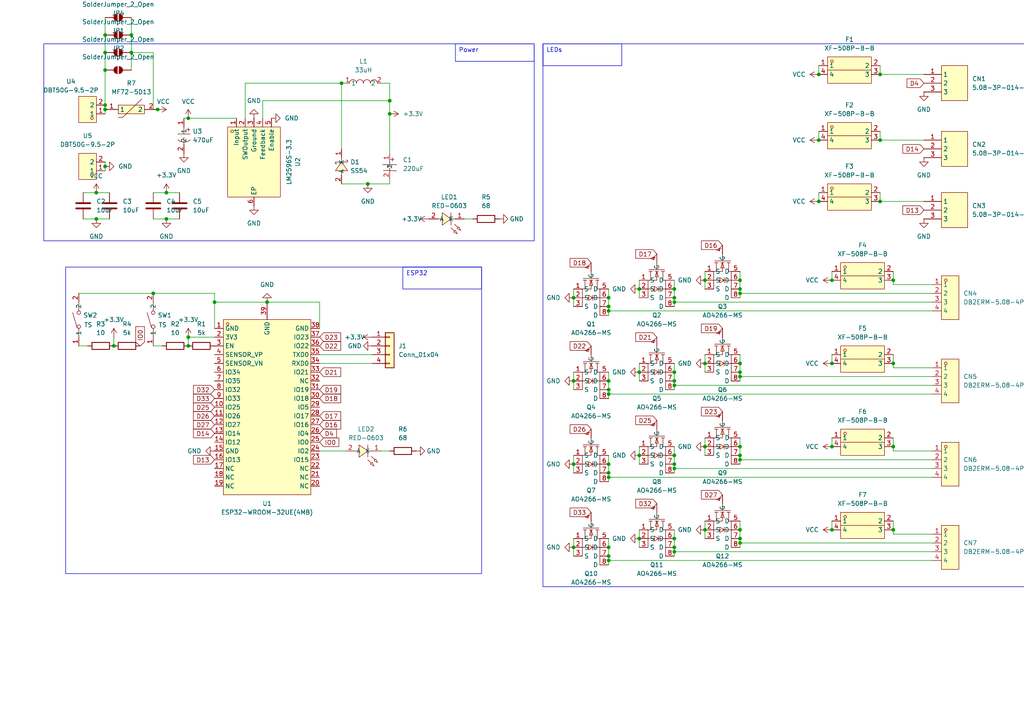
<source format=kicad_sch>
(kicad_sch (version 20250114) (generator "eeschema") (generator_version "9.0")
  (paper "A4")
  (rectangle (start 157.48 12.7) (end 298.45 170.18))
  (rectangle (start 19.05 77.47) (end 139.7 166.37))
  (rectangle (start 12.7 12.7) (end 154.94 69.85))
  (text_box "LEDs" (at 157.48 12.7 0) (size 22.86 6.35) (margins 0.9525 0.9525 0.9525 0.9525) (effects (font (size 1.27 1.27)) (justify left top)))
  (text_box "ESP32" (at 116.84 77.47 0) (size 22.86 6.35) (margins 0.9525 0.9525 0.9525 0.9525) (effects (font (size 1.27 1.27)) (justify left top)))
  (text_box "Power" (at 132.08 12.7 0) (size 22.86 5.08) (margins 0.9525 0.9525 0.9525 0.9525) (effects (font (size 1.27 1.27)) (justify left top)))
  (junction (at 176.53 161.29))
  (junction (at 166.37 110.49))
  (junction (at 195.58 135.89))
  (junction (at 166.37 134.62))
  (junction (at 176.53 86.36))
  (junction (at 30.48 30.48))
  (junction (at 185.42 107.95))
  (junction (at 204.47 105.41))
  (junction (at 33.02 100.33))
  (junction (at 176.53 114.3))
  (junction (at 30.48 20.32))
  (junction (at 38.1 10.16))
  (junction (at 214.63 132.08))
  (junction (at 166.37 86.36))
  (junction (at 185.42 132.08))
  (junction (at 195.58 110.49))
  (junction (at 195.58 86.36))
  (junction (at 176.53 90.17))
  (junction (at 241.3 81.28))
  (junction (at 176.53 138.43))
  (junction (at 237.49 21.59))
  (junction (at 166.37 158.75))
  (junction (at 77.47 87.63))
  (junction (at 195.58 156.21))
  (junction (at 214.63 81.28))
  (junction (at 54.61 100.33))
  (junction (at 106.68 53.34))
  (junction (at 185.42 156.21))
  (junction (at 255.27 40.64))
  (junction (at 255.27 58.42))
  (junction (at 27.94 63.5))
  (junction (at 176.53 113.03))
  (junction (at 176.53 134.62))
  (junction (at 195.58 111.76))
  (junction (at 44.45 85.09))
  (junction (at 54.61 97.79))
  (junction (at 195.58 158.75))
  (junction (at 195.58 132.08))
  (junction (at 62.23 87.63))
  (junction (at 195.58 160.02))
  (junction (at 113.03 33.02))
  (junction (at 195.58 134.62))
  (junction (at 195.58 107.95))
  (junction (at 259.08 105.41))
  (junction (at 30.48 10.16))
  (junction (at 48.26 63.5))
  (junction (at 176.53 158.75))
  (junction (at 45.72 31.75))
  (junction (at 176.53 88.9))
  (junction (at 214.63 157.48))
  (junction (at 214.63 153.67))
  (junction (at 176.53 137.16))
  (junction (at 30.48 48.26))
  (junction (at 214.63 83.82))
  (junction (at 241.3 153.67))
  (junction (at 204.47 153.67))
  (junction (at 214.63 109.22))
  (junction (at 176.53 162.56))
  (junction (at 214.63 107.95))
  (junction (at 38.1 15.24))
  (junction (at 204.47 81.28))
  (junction (at 259.08 153.67))
  (junction (at 30.48 15.24))
  (junction (at 195.58 87.63))
  (junction (at 27.94 55.88))
  (junction (at 195.58 83.82))
  (junction (at 48.26 55.88))
  (junction (at 241.3 129.54))
  (junction (at 30.48 31.75))
  (junction (at 99.06 24.13))
  (junction (at 113.03 29.21))
  (junction (at 214.63 85.09))
  (junction (at 185.42 83.82))
  (junction (at 259.08 81.28))
  (junction (at 214.63 129.54))
  (junction (at 176.53 110.49))
  (junction (at 237.49 40.64))
  (junction (at 237.49 58.42))
  (junction (at 214.63 133.35))
  (junction (at 214.63 105.41))
  (junction (at 204.47 129.54))
  (junction (at 214.63 156.21))
  (junction (at 259.08 129.54))
  (junction (at 255.27 21.59))
  (junction (at 241.3 105.41))
  (junction (at 54.61 34.29))
  (wire (pts (xy 214.63 151.13) (xy 214.63 153.67)))
  (wire (pts (xy 176.53 83.82) (xy 176.53 86.36)))
  (wire (pts (xy 255.27 19.05) (xy 255.27 21.59)))
  (wire (pts (xy 44.45 85.09) (xy 62.23 85.09)))
  (wire (pts (xy 214.63 109.22) (xy 214.63 110.49)))
  (wire (pts (xy 241.3 151.13) (xy 241.3 153.67)))
  (wire (pts (xy 195.58 87.63) (xy 270.51 87.63)))
  (wire (pts (xy 176.53 158.75) (xy 176.53 161.29)))
  (wire (pts (xy 99.06 24.13) (xy 99.06 43.18)))
  (wire (pts (xy 195.58 86.36) (xy 195.58 87.63)))
  (wire (pts (xy 204.47 153.67) (xy 204.47 156.21)))
  (wire (pts (xy 92.71 87.63) (xy 77.47 87.63)))
  (wire (pts (xy 259.08 78.74) (xy 259.08 81.28)))
  (wire (pts (xy 176.53 90.17) (xy 176.53 91.44)))
  (wire (pts (xy 185.42 83.82) (xy 185.42 86.36)))
  (wire (pts (xy 54.61 97.79) (xy 62.23 97.79)))
  (wire (pts (xy 237.49 38.1) (xy 237.49 40.64)))
  (wire (pts (xy 214.63 78.74) (xy 214.63 81.28)))
  (wire (pts (xy 176.53 162.56) (xy 176.53 163.83)))
  (wire (pts (xy 176.53 132.08) (xy 176.53 134.62)))
  (wire (pts (xy 176.53 134.62) (xy 176.53 137.16)))
  (wire (pts (xy 259.08 130.81) (xy 259.08 129.54)))
  (wire (pts (xy 185.42 156.21) (xy 185.42 158.75)))
  (wire (pts (xy 204.47 129.54) (xy 204.47 132.08)))
  (wire (pts (xy 214.63 107.95) (xy 214.63 109.22)))
  (wire (pts (xy 44.45 15.24) (xy 44.45 31.75)))
  (wire (pts (xy 185.42 129.54) (xy 185.42 132.08)))
  (wire (pts (xy 38.1 5.08) (xy 38.1 10.16)))
  (wire (pts (xy 71.12 24.13) (xy 99.06 24.13)))
  (wire (pts (xy 30.48 10.16) (xy 30.48 15.24)))
  (wire (pts (xy 176.53 162.56) (xy 270.51 162.56)))
  (wire (pts (xy 166.37 132.08) (xy 166.37 134.62)))
  (wire (pts (xy 113.03 24.13) (xy 113.03 29.21)))
  (wire (pts (xy 259.08 127) (xy 259.08 129.54)))
  (wire (pts (xy 214.63 153.67) (xy 214.63 156.21)))
  (wire (pts (xy 166.37 83.82) (xy 166.37 86.36)))
  (wire (pts (xy 166.37 107.95) (xy 166.37 110.49)))
  (wire (pts (xy 214.63 133.35) (xy 214.63 134.62)))
  (wire (pts (xy 204.47 151.13) (xy 204.47 153.67)))
  (wire (pts (xy 270.51 106.68) (xy 259.08 106.68)))
  (wire (pts (xy 22.86 85.09) (xy 44.45 85.09)))
  (wire (pts (xy 195.58 83.82) (xy 195.58 86.36)))
  (wire (pts (xy 176.53 110.49) (xy 176.53 113.03)))
  (wire (pts (xy 27.94 63.5) (xy 31.75 63.5)))
  (wire (pts (xy 30.48 46.99) (xy 30.48 48.26)))
  (wire (pts (xy 214.63 109.22) (xy 270.51 109.22)))
  (wire (pts (xy 214.63 133.35) (xy 270.51 133.35)))
  (wire (pts (xy 99.06 53.34) (xy 106.68 53.34)))
  (wire (pts (xy 71.12 34.29) (xy 71.12 24.13)))
  (wire (pts (xy 166.37 134.62) (xy 166.37 137.16)))
  (wire (pts (xy 214.63 157.48) (xy 270.51 157.48)))
  (wire (pts (xy 214.63 132.08) (xy 214.63 133.35)))
  (wire (pts (xy 214.63 156.21) (xy 214.63 157.48)))
  (wire (pts (xy 176.53 161.29) (xy 176.53 162.56)))
  (wire (pts (xy 259.08 106.68) (xy 259.08 105.41)))
  (wire (pts (xy 166.37 110.49) (xy 166.37 113.03)))
  (wire (pts (xy 270.51 130.81) (xy 259.08 130.81)))
  (wire (pts (xy 30.48 31.75) (xy 30.48 33.02)))
  (wire (pts (xy 195.58 111.76) (xy 270.51 111.76)))
  (wire (pts (xy 176.53 114.3) (xy 176.53 115.57)))
  (wire (pts (xy 92.71 95.25) (xy 92.71 87.63)))
  (wire (pts (xy 195.58 111.76) (xy 195.58 113.03)))
  (wire (pts (xy 100.33 24.13) (xy 99.06 24.13)))
  (wire (pts (xy 92.71 105.41) (xy 107.95 105.41)))
  (wire (pts (xy 176.53 88.9) (xy 176.53 90.17)))
  (wire (pts (xy 33.02 97.79) (xy 33.02 100.33)))
  (wire (pts (xy 176.53 137.16) (xy 176.53 138.43)))
  (wire (pts (xy 54.61 34.29) (xy 53.34 34.29)))
  (wire (pts (xy 214.63 85.09) (xy 214.63 86.36)))
  (wire (pts (xy 214.63 157.48) (xy 214.63 158.75)))
  (wire (pts (xy 22.86 100.33) (xy 25.4 100.33)))
  (wire (pts (xy 100.33 130.81) (xy 92.71 130.81)))
  (wire (pts (xy 176.53 138.43) (xy 176.53 139.7)))
  (wire (pts (xy 166.37 156.21) (xy 166.37 158.75)))
  (wire (pts (xy 185.42 105.41) (xy 185.42 107.95)))
  (wire (pts (xy 185.42 132.08) (xy 185.42 134.62)))
  (wire (pts (xy 237.49 55.88) (xy 237.49 58.42)))
  (wire (pts (xy 195.58 81.28) (xy 195.58 83.82)))
  (wire (pts (xy 30.48 5.08) (xy 30.48 10.16)))
  (wire (pts (xy 195.58 129.54) (xy 195.58 132.08)))
  (wire (pts (xy 195.58 156.21) (xy 195.58 158.75)))
  (wire (pts (xy 195.58 153.67) (xy 195.58 156.21)))
  (wire (pts (xy 195.58 105.41) (xy 195.58 107.95)))
  (wire (pts (xy 176.53 138.43) (xy 270.51 138.43)))
  (wire (pts (xy 185.42 81.28) (xy 185.42 83.82)))
  (wire (pts (xy 185.42 107.95) (xy 185.42 110.49)))
  (wire (pts (xy 259.08 154.94) (xy 259.08 153.67)))
  (wire (pts (xy 38.1 10.16) (xy 38.1 15.24)))
  (wire (pts (xy 92.71 102.87) (xy 107.95 102.87)))
  (wire (pts (xy 255.27 21.59) (xy 267.97 21.59)))
  (wire (pts (xy 76.2 34.29) (xy 76.2 29.21)))
  (wire (pts (xy 44.45 100.33) (xy 46.99 100.33)))
  (wire (pts (xy 214.63 127) (xy 214.63 129.54)))
  (wire (pts (xy 241.3 102.87) (xy 241.3 105.41)))
  (wire (pts (xy 176.53 90.17) (xy 270.51 90.17)))
  (wire (pts (xy 137.16 63.5) (xy 134.62 63.5)))
  (wire (pts (xy 195.58 132.08) (xy 195.58 134.62)))
  (wire (pts (xy 30.48 15.24) (xy 30.48 20.32)))
  (wire (pts (xy 270.51 82.55) (xy 259.08 82.55)))
  (wire (pts (xy 44.45 63.5) (xy 48.26 63.5)))
  (wire (pts (xy 214.63 85.09) (xy 270.51 85.09)))
  (wire (pts (xy 259.08 102.87) (xy 259.08 105.41)))
  (wire (pts (xy 176.53 114.3) (xy 270.51 114.3)))
  (wire (pts (xy 259.08 82.55) (xy 259.08 81.28)))
  (wire (pts (xy 38.1 15.24) (xy 44.45 15.24)))
  (wire (pts (xy 176.53 156.21) (xy 176.53 158.75)))
  (wire (pts (xy 214.63 81.28) (xy 214.63 83.82)))
  (wire (pts (xy 166.37 86.36) (xy 166.37 88.9)))
  (wire (pts (xy 195.58 135.89) (xy 270.51 135.89)))
  (wire (pts (xy 237.49 19.05) (xy 237.49 21.59)))
  (wire (pts (xy 30.48 48.26) (xy 30.48 49.53)))
  (wire (pts (xy 204.47 81.28) (xy 204.47 83.82)))
  (wire (pts (xy 204.47 105.41) (xy 204.47 107.95)))
  (wire (pts (xy 204.47 78.74) (xy 204.47 81.28)))
  (wire (pts (xy 76.2 29.21) (xy 113.03 29.21)))
  (wire (pts (xy 48.26 55.88) (xy 52.07 55.88)))
  (wire (pts (xy 214.63 105.41) (xy 214.63 107.95)))
  (wire (pts (xy 38.1 15.24) (xy 38.1 20.32)))
  (wire (pts (xy 214.63 102.87) (xy 214.63 105.41)))
  (wire (pts (xy 195.58 158.75) (xy 195.58 160.02)))
  (wire (pts (xy 62.23 85.09) (xy 62.23 87.63)))
  (wire (pts (xy 176.53 86.36) (xy 176.53 88.9)))
  (wire (pts (xy 176.53 107.95) (xy 176.53 110.49)))
  (wire (pts (xy 270.51 154.94) (xy 259.08 154.94)))
  (wire (pts (xy 44.45 55.88) (xy 48.26 55.88)))
  (wire (pts (xy 195.58 160.02) (xy 270.51 160.02)))
  (wire (pts (xy 166.37 158.75) (xy 166.37 161.29)))
  (wire (pts (xy 30.48 30.48) (xy 30.48 31.75)))
  (wire (pts (xy 241.3 127) (xy 241.3 129.54)))
  (wire (pts (xy 48.26 63.5) (xy 52.07 63.5)))
  (wire (pts (xy 106.68 53.34) (xy 113.03 53.34)))
  (wire (pts (xy 195.58 160.02) (xy 195.58 161.29)))
  (wire (pts (xy 255.27 55.88) (xy 255.27 58.42)))
  (wire (pts (xy 110.49 24.13) (xy 113.03 24.13)))
  (wire (pts (xy 54.61 97.79) (xy 54.61 100.33)))
  (wire (pts (xy 27.94 55.88) (xy 31.75 55.88)))
  (wire (pts (xy 113.03 29.21) (xy 113.03 33.02)))
  (wire (pts (xy 113.03 52.07) (xy 113.03 53.34)))
  (wire (pts (xy 44.45 31.75) (xy 45.72 31.75)))
  (wire (pts (xy 176.53 113.03) (xy 176.53 114.3)))
  (wire (pts (xy 113.03 33.02) (xy 113.03 44.45)))
  (wire (pts (xy 68.58 34.29) (xy 54.61 34.29)))
  (wire (pts (xy 113.03 130.81) (xy 110.49 130.81)))
  (wire (pts (xy 195.58 87.63) (xy 195.58 88.9)))
  (wire (pts (xy 204.47 127) (xy 204.47 129.54)))
  (wire (pts (xy 30.48 20.32) (xy 30.48 30.48)))
  (wire (pts (xy 185.42 153.67) (xy 185.42 156.21)))
  (wire (pts (xy 255.27 38.1) (xy 255.27 40.64)))
  (wire (pts (xy 255.27 40.64) (xy 267.97 40.64)))
  (wire (pts (xy 195.58 135.89) (xy 195.58 137.16)))
  (wire (pts (xy 77.47 87.63) (xy 62.23 87.63)))
  (wire (pts (xy 24.13 63.5) (xy 27.94 63.5)))
  (wire (pts (xy 255.27 58.42) (xy 267.97 58.42)))
  (wire (pts (xy 204.47 102.87) (xy 204.47 105.41)))
  (wire (pts (xy 214.63 83.82) (xy 214.63 85.09)))
  (wire (pts (xy 24.13 55.88) (xy 27.94 55.88)))
  (wire (pts (xy 195.58 107.95) (xy 195.58 110.49)))
  (wire (pts (xy 259.08 151.13) (xy 259.08 153.67)))
  (wire (pts (xy 195.58 110.49) (xy 195.58 111.76)))
  (wire (pts (xy 241.3 78.74) (xy 241.3 81.28)))
  (wire (pts (xy 62.23 87.63) (xy 62.23 95.25)))
  (wire (pts (xy 214.63 129.54) (xy 214.63 132.08)))
  (wire (pts (xy 195.58 134.62) (xy 195.58 135.89)))
  (global_label "D16" (shape input) (at 92.71 123.19 0) (property "Intersheetrefs" "${INTERSHEET_REFS}" (effects (hide yes))))
  (global_label "D13" (shape input) (at 267.97 60.96 180) (property "Intersheetrefs" "${INTERSHEET_REFS}" (effects (hide yes))))
  (global_label "D17" (shape input) (at 190.5 73.66 180) (property "Intersheetrefs" "${INTERSHEET_REFS}" (effects (hide yes))))
  (global_label "D21" (shape input) (at 190.5 97.79 180) (property "Intersheetrefs" "${INTERSHEET_REFS}" (effects (hide yes))))
  (global_label "D18" (shape input) (at 171.45 76.2 180) (property "Intersheetrefs" "${INTERSHEET_REFS}" (effects (hide yes))))
  (global_label "D14" (shape input) (at 267.97 43.18 180) (property "Intersheetrefs" "${INTERSHEET_REFS}" (effects (hide yes))))
  (global_label "D27" (shape input) (at 209.55 143.51 180) (property "Intersheetrefs" "${INTERSHEET_REFS}" (effects (hide yes))))
  (global_label "D32" (shape input) (at 62.23 113.03 180) (property "Intersheetrefs" "${INTERSHEET_REFS}" (effects (hide yes))))
  (global_label "D17" (shape input) (at 92.71 120.65 0) (property "Intersheetrefs" "${INTERSHEET_REFS}" (effects (hide yes))))
  (global_label "D22" (shape input) (at 171.45 100.33 180) (property "Intersheetrefs" "${INTERSHEET_REFS}" (effects (hide yes))))
  (global_label "D19" (shape input) (at 209.55 95.25 180) (property "Intersheetrefs" "${INTERSHEET_REFS}" (effects (hide yes))))
  (global_label "D27" (shape input) (at 62.23 123.19 180) (property "Intersheetrefs" "${INTERSHEET_REFS}" (effects (hide yes))))
  (global_label "D26" (shape input) (at 62.23 120.65 180) (property "Intersheetrefs" "${INTERSHEET_REFS}" (effects (hide yes))))
  (global_label "D33" (shape input) (at 62.23 115.57 180) (property "Intersheetrefs" "${INTERSHEET_REFS}" (effects (hide yes))))
  (global_label "D19" (shape input) (at 92.71 113.03 0) (property "Intersheetrefs" "${INTERSHEET_REFS}" (effects (hide yes))))
  (global_label "D25" (shape input) (at 190.5 121.92 180) (property "Intersheetrefs" "${INTERSHEET_REFS}" (effects (hide yes))))
  (global_label "D32" (shape input) (at 190.5 146.05 180) (property "Intersheetrefs" "${INTERSHEET_REFS}" (effects (hide yes))))
  (global_label "IO0" (shape input) (at 40.64 100.33 90) (property "Intersheetrefs" "${INTERSHEET_REFS}" (effects (hide yes))))
  (global_label "D18" (shape input) (at 92.71 115.57 0) (property "Intersheetrefs" "${INTERSHEET_REFS}" (effects (hide yes))))
  (global_label "D22" (shape input) (at 92.71 100.33 0) (property "Intersheetrefs" "${INTERSHEET_REFS}" (effects (hide yes))))
  (global_label "D21" (shape input) (at 92.71 107.95 0) (property "Intersheetrefs" "${INTERSHEET_REFS}" (effects (hide yes))))
  (global_label "D14" (shape input) (at 62.23 125.73 180) (property "Intersheetrefs" "${INTERSHEET_REFS}" (effects (hide yes))))
  (global_label "D26" (shape input) (at 171.45 124.46 180) (property "Intersheetrefs" "${INTERSHEET_REFS}" (effects (hide yes))))
  (global_label "D23" (shape input) (at 209.55 119.38 180) (property "Intersheetrefs" "${INTERSHEET_REFS}" (effects (hide yes))))
  (global_label "D33" (shape input) (at 171.45 148.59 180) (property "Intersheetrefs" "${INTERSHEET_REFS}" (effects (hide yes))))
  (global_label "D16" (shape input) (at 209.55 71.12 180) (property "Intersheetrefs" "${INTERSHEET_REFS}" (effects (hide yes))))
  (global_label "D4" (shape input) (at 267.97 24.13 180) (property "Intersheetrefs" "${INTERSHEET_REFS}" (effects (hide yes))))
  (global_label "IO0" (shape input) (at 92.71 128.27 0) (property "Intersheetrefs" "${INTERSHEET_REFS}" (effects (hide yes))))
  (global_label "D25" (shape input) (at 62.23 118.11 180) (property "Intersheetrefs" "${INTERSHEET_REFS}" (effects (hide yes))))
  (global_label "D4" (shape input) (at 92.71 125.73 0) (property "Intersheetrefs" "${INTERSHEET_REFS}" (effects (hide yes))))
  (global_label "D23" (shape input) (at 92.71 97.79 0) (property "Intersheetrefs" "${INTERSHEET_REFS}" (effects (hide yes))))
  (global_label "D13" (shape input) (at 62.23 133.35 180) (property "Intersheetrefs" "${INTERSHEET_REFS}" (effects (hide yes))))
  (symbol (lib_id "power:GND") (at 267.97 63.5 0) (unit 1)
    (property "Reference" "#PWR024" (effects (hide yes)))
    (property "Value" "GND" (at 267.97 68.58 0))
    (property "Description" "Power symbol creates a global label with name \"GND\" , ground" (effects (hide yes)))
  )
  (symbol (lib_id "power:GND") (at 62.23 130.81 270) (unit 1)
    (property "Reference" "#PWR026" (effects (hide yes)))
    (property "Value" "GND" (at 58.42 130.8099 90) (effects (justify right)))
    (property "Description" "Power symbol creates a global label with name \"GND\" , ground" (effects (hide yes)))
  )
  (symbol (lib_id "power:GND") (at 185.42 132.08 270) (unit 1)
    (property "Reference" "#PWR034" (effects (hide yes)))
    (property "Value" "GND" (at 181.61 132.0799 90) (effects (justify right)))
    (property "Description" "Power symbol creates a global label with name \"GND\" , ground" (effects (hide yes)))
  )
  (symbol (lib_id "power:GND") (at 77.47 87.63 180) (unit 1)
    (property "Reference" "#PWR011" (effects (hide yes)))
    (property "Value" "GND" (at 77.47 82.55 0))
    (property "Description" "Power symbol creates a global label with name \"GND\" , ground" (effects (hide yes)))
  )
  (symbol (lib_id "easyeda2kicad:AO4266-MS") (at 190.5 105.41 270) (unit 1)
    (property "Reference" "Q5" (at 190.5 115.57 90))
    (property "Value" "AO4266-MS" (at 190.5 118.11 90))
    (property "Footprint" "easyeda2kicad:SOP-8_L4.9-W3.9-P1.27-LS6.0-BL" (effects (hide yes)))
    (property "LCSC Part" "C3008148" (effects (hide yes)))
  )
  (symbol (lib_id "power:GND") (at 185.42 107.95 270) (unit 1)
    (property "Reference" "#PWR031" (effects (hide yes)))
    (property "Value" "GND" (at 181.61 107.9499 90) (effects (justify right)))
    (property "Description" "Power symbol creates a global label with name \"GND\" , ground" (effects (hide yes)))
  )
  (symbol (lib_id "easyeda2kicad:AO4266-MS") (at 190.5 129.54 270) (unit 1)
    (property "Reference" "Q8" (at 190.5 139.7 90))
    (property "Value" "AO4266-MS" (at 190.5 142.24 90))
    (property "Footprint" "easyeda2kicad:SOP-8_L4.9-W3.9-P1.27-LS6.0-BL" (effects (hide yes)))
    (property "LCSC Part" "C3008148" (effects (hide yes)))
  )
  (symbol (lib_id "Jumper:SolderJumper_2_Open") (at 34.29 20.32 0) (unit 1) (exclude_from_sim yes) (in_bom no)
    (property "Reference" "JP2" (at 34.29 13.97 0))
    (property "Value" "SolderJumper_2_Open" (at 34.29 16.51 0))
    (property "Footprint" "Jumper:SolderJumper-2_P1.3mm_Open_TrianglePad1.0x1.5mm" (effects (hide yes)))
    (property "Description" "Solder Jumper, 2-pole, open" (effects (hide yes)))
  )
  (symbol (lib_id "easyeda2kicad:DB2ERM-5.08-4P") (at 275.59 86.36 0) (unit 1)
    (property "Reference" "CN4" (at 279.4 85.0899 0) (effects (justify left)))
    (property "Value" "DB2ERM-5.08-4P" (at 279.4 87.6299 0) (effects (justify left)))
    (property "Footprint" "easyeda2kicad:CONN-TH_4P-P5.08_DB2ERM-5.08-4P" (effects (hide yes)))
    (property "Datasheet" "https://lcsc.com/product-detail/Pluggable-System-Terminal-Block_DIBO-DB2ERM-5-08-4P_C395755.html" (effects (hide yes)))
    (property "LCSC Part" "C395755" (effects (hide yes)))
  )
  (symbol (lib_id "easyeda2kicad:XF-508P-B-B") (at 250.19 152.4 0) (unit 1)
    (property "Reference" "F7" (at 250.19 143.51 0))
    (property "Value" "XF-508P-B-B" (at 250.19 146.05 0))
    (property "Footprint" "easyeda2kicad:FUSE-TH_4P-L16.0-W6.7" (effects (hide yes)))
    (property "LCSC Part" "C19727305" (effects (hide yes)))
  )
  (symbol (lib_id "power:GND") (at 120.65 130.81 90) (mirror x) (unit 1)
    (property "Reference" "#PWR020" (effects (hide yes)))
    (property "Value" "GND" (at 125.73 130.81 90))
    (property "Description" "Power symbol creates a global label with name \"GND\" , ground" (effects (hide yes)))
  )
  (symbol (lib_id "Device:C") (at 24.13 59.69 0) (unit 1)
    (property "Reference" "C2" (at 27.94 58.4199 0) (effects (justify left)))
    (property "Value" "10uF" (at 27.94 60.9599 0) (effects (justify left)))
    (property "Footprint" "Capacitor_SMD:C_1206_3216Metric_Pad1.33x1.80mm_HandSolder" (effects (hide yes)))
    (property "Description" "Unpolarized capacitor" (effects (hide yes)))
    (property "LCSC" "C237304" (effects (hide yes)))
  )
  (symbol (lib_id "easyeda2kicad:TS-1088-AR02016") (at 22.86 92.71 90) (unit 1)
    (property "Reference" "SW2" (at 24.13 91.4399 90) (effects (justify right)))
    (property "Value" "TS" (at 24.384 94.234 90) (effects (justify right)))
    (property "Footprint" "easyeda2kicad:SW-SMD_L3.9-W3.0-P4.45" (effects (hide yes)))
    (property "Datasheet" "https://lcsc.com/product-detail/Tactile-Switches_XUNPU-TS-1088-AR02016_C720477.html" (effects (hide yes)))
    (property "LCSC Part" "C720477" (effects (hide yes)))
  )
  (symbol (lib_id "Device:R") (at 29.21 100.33 270) (unit 1)
    (property "Reference" "R3" (at 29.21 93.98 90))
    (property "Value" "10" (at 29.21 96.52 90))
    (property "Footprint" "Resistor_SMD:R_0603_1608Metric_Pad0.98x0.95mm_HandSolder" (effects (hide yes)))
    (property "Description" "Resistor" (effects (hide yes)))
  )
  (symbol (lib_id "easyeda2kicad:WJ2EDGRM-5.08-3P-014-00ACurvedneedle") (at 274.32 24.13 0) (unit 1)
    (property "Reference" "CN1" (at 281.94 22.8599 0) (effects (justify left)))
    (property "Value" "5.08-3P-014-00A" (at 281.94 25.3999 0) (effects (justify left)))
    (property "Footprint" "easyeda2kicad:CONN-TH_WJ2EDGRM-5.08-3P" (effects (hide yes)))
    (property "Datasheet" "https://lcsc.com/product-detail/2EDG-Connectors_WJ2EDGRM-5-08-3P-014-00A-Curved-needle_C49238.html" (effects (hide yes)))
    (property "LCSC Part" "C49238" (effects (hide yes)))
  )
  (symbol (lib_id "easyeda2kicad:XL-1608SURC-06") (at 105.41 130.81 180) (unit 1)
    (property "Reference" "LED2" (at 106.17 124.46 0))
    (property "Value" "RED-0603" (at 106.17 127 0))
    (property "Footprint" "easyeda2kicad:LED0603-RD_RED" (effects (hide yes)))
    (property "LCSC Part" "C965799" (effects (hide yes)))
  )
  (symbol (lib_id "Device:R") (at 116.84 130.81 90) (unit 1)
    (property "Reference" "R6" (at 116.84 124.46 90))
    (property "Value" "68" (at 116.84 127 90))
    (property "Footprint" "Resistor_SMD:R_0603_1608Metric_Pad0.98x0.95mm_HandSolder" (effects (hide yes)))
    (property "Description" "Resistor" (effects (hide yes)))
    (property "LCSC" "C242566" (effects (hide yes)))
  )
  (symbol (lib_id "power:GND") (at 53.34 44.45 0) (unit 1)
    (property "Reference" "#PWR05" (effects (hide yes)))
    (property "Value" "GND" (at 53.34 49.53 0))
    (property "Description" "Power symbol creates a global label with name \"GND\" , ground" (effects (hide yes)))
  )
  (symbol (lib_id "power:+3.3V") (at 124.46 63.5 90) (mirror x) (unit 1)
    (property "Reference" "#PWR017" (effects (hide yes)))
    (property "Value" "+3.3V" (at 119.38 63.5 90))
    (property "Description" "Power symbol creates a global label with name \"+3.3V\"" (effects (hide yes)))
  )
  (symbol (lib_id "Device:C") (at 31.75 59.69 0) (unit 1)
    (property "Reference" "C3" (at 35.56 58.4199 0) (effects (justify left)))
    (property "Value" "10uF" (at 35.56 60.9599 0) (effects (justify left)))
    (property "Footprint" "Capacitor_SMD:C_1206_3216Metric_Pad1.33x1.80mm_HandSolder" (effects (hide yes)))
    (property "Description" "Unpolarized capacitor" (effects (hide yes)))
    (property "LCSC" "C237304" (effects (hide yes)))
  )
  (symbol (lib_id "power:VCC") (at 241.3 105.41 90) (unit 1)
    (property "Reference" "#PWR042" (effects (hide yes)))
    (property "Value" "VCC" (at 237.49 105.4099 90) (effects (justify left)))
    (property "Description" "Power symbol creates a global label with name \"VCC\"" (effects (hide yes)))
  )
  (symbol (lib_id "easyeda2kicad:LM2596S-3.3_C7419978") (at 73.66 46.99 90) (mirror x) (unit 1)
    (property "Reference" "U2" (at 86.36 46.99 0))
    (property "Value" "LM2596S-3.3" (at 83.82 46.99 0))
    (property "Footprint" "easyeda2kicad:TO-263-5_L10.0-W9.0-P1.70-LS15.2-BR" (effects (hide yes)))
    (property "LCSC Part" "C7419978" (effects (hide yes)))
  )
  (symbol (lib_id "easyeda2kicad:AO4266-MS") (at 171.45 83.82 270) (unit 1)
    (property "Reference" "Q1" (at 171.45 93.98 90))
    (property "Value" "AO4266-MS" (at 171.45 96.52 90))
    (property "Footprint" "easyeda2kicad:SOP-8_L4.9-W3.9-P1.27-LS6.0-BL" (effects (hide yes)))
    (property "LCSC Part" "C3008148" (effects (hide yes)))
  )
  (symbol (lib_id "power:GND") (at 166.37 134.62 270) (unit 1)
    (property "Reference" "#PWR033" (effects (hide yes)))
    (property "Value" "GND" (at 162.56 134.6199 90) (effects (justify right)))
    (property "Description" "Power symbol creates a global label with name \"GND\" , ground" (effects (hide yes)))
  )
  (symbol (lib_id "Device:C") (at 44.45 59.69 0) (unit 1)
    (property "Reference" "C4" (at 48.26 58.4199 0) (effects (justify left)))
    (property "Value" "10uF" (at 48.26 60.9599 0) (effects (justify left)))
    (property "Footprint" "Capacitor_SMD:C_1206_3216Metric_Pad1.33x1.80mm_HandSolder" (effects (hide yes)))
    (property "Description" "Unpolarized capacitor" (effects (hide yes)))
    (property "LCSC" "C237304" (effects (hide yes)))
  )
  (symbol (lib_id "power:GND") (at 204.47 105.41 270) (unit 1)
    (property "Reference" "#PWR032" (effects (hide yes)))
    (property "Value" "GND" (at 200.66 105.4099 90) (effects (justify right)))
    (property "Description" "Power symbol creates a global label with name \"GND\" , ground" (effects (hide yes)))
  )
  (symbol (lib_id "power:GND") (at 166.37 86.36 270) (unit 1)
    (property "Reference" "#PWR027" (effects (hide yes)))
    (property "Value" "GND" (at 162.56 86.3599 90) (effects (justify right)))
    (property "Description" "Power symbol creates a global label with name \"GND\" , ground" (effects (hide yes)))
  )
  (symbol (lib_id "power:GND") (at 166.37 158.75 270) (unit 1)
    (property "Reference" "#PWR037" (effects (hide yes)))
    (property "Value" "GND" (at 162.56 158.7499 90) (effects (justify right)))
    (property "Description" "Power symbol creates a global label with name \"GND\" , ground" (effects (hide yes)))
  )
  (symbol (lib_id "easyeda2kicad:HG1H477M1016PC") (at 53.34 39.37 270) (unit 1)
    (property "Reference" "U3" (at 55.88 38.0999 90) (effects (justify left)))
    (property "Value" "470uF" (at 55.88 40.6399 90) (effects (justify left)))
    (property "Footprint" "easyeda2kicad:CAP-TH_BD10.0-P5.00-D0.6-FD" (effects (hide yes)))
    (property "LCSC Part" "C5438877" (effects (hide yes)))
  )
  (symbol (lib_id "Jumper:SolderJumper_2_Open") (at 34.29 15.24 0) (unit 1) (exclude_from_sim yes) (in_bom no)
    (property "Reference" "JP1" (at 34.29 8.89 0))
    (property "Value" "SolderJumper_2_Open" (at 34.29 11.43 0))
    (property "Footprint" "Jumper:SolderJumper-2_P1.3mm_Open_TrianglePad1.0x1.5mm" (effects (hide yes)))
    (property "Description" "Solder Jumper, 2-pole, open" (effects (hide yes)))
  )
  (symbol (lib_id "easyeda2kicad:XL-1608SURC-06") (at 129.54 63.5 180) (unit 1)
    (property "Reference" "LED1" (at 130.3 57.15 0))
    (property "Value" "RED-0603" (at 130.3 59.69 0))
    (property "Footprint" "easyeda2kicad:LED0603-RD_RED" (effects (hide yes)))
    (property "LCSC Part" "C965799" (effects (hide yes)))
  )
  (symbol (lib_id "power:VCC") (at 27.94 55.88 0) (unit 1)
    (property "Reference" "#PWR023" (effects (hide yes)))
    (property "Value" "VCC" (at 27.94 51.0413 0))
    (property "Description" "Power symbol creates a global label with name \"VCC\"" (effects (hide yes)))
  )
  (symbol (lib_id "power:GND") (at 48.26 63.5 0) (unit 1)
    (property "Reference" "#PWR036" (effects (hide yes)))
    (property "Value" "GND" (at 48.26 68.58 0))
    (property "Description" "Power symbol creates a global label with name \"GND\" , ground" (effects (hide yes)))
  )
  (symbol (lib_id "Connector_Generic:Conn_01x04") (at 113.03 100.33 0) (unit 1)
    (property "Reference" "J1" (at 115.57 100.3299 0) (effects (justify left)))
    (property "Value" "Conn_01x04" (at 115.57 102.8699 0) (effects (justify left)))
    (property "Footprint" "Connector_PinHeader_2.54mm:PinHeader_1x04_P2.54mm_Vertical" (effects (hide yes)))
    (property "Description" "Generic connector, single row, 01x04, script generated (kicad-library-utils/schlib/autogen/connector/)" (effects (hide yes)))
  )
  (symbol (lib_id "power:GND") (at 185.42 156.21 270) (unit 1)
    (property "Reference" "#PWR038" (effects (hide yes)))
    (property "Value" "GND" (at 181.61 156.2099 90) (effects (justify right)))
    (property "Description" "Power symbol creates a global label with name \"GND\" , ground" (effects (hide yes)))
  )
  (symbol (lib_id "Device:R") (at 58.42 100.33 90) (unit 1)
    (property "Reference" "R1" (at 58.42 93.98 90))
    (property "Value" "5k" (at 58.42 96.52 90))
    (property "Footprint" "Resistor_SMD:R_0603_1608Metric_Pad0.98x0.95mm_HandSolder" (effects (hide yes)))
    (property "Description" "Resistor" (effects (hide yes)))
  )
  (symbol (lib_id "power:GND") (at 204.47 81.28 270) (unit 1)
    (property "Reference" "#PWR029" (effects (hide yes)))
    (property "Value" "GND" (at 200.66 81.2799 90) (effects (justify right)))
    (property "Description" "Power symbol creates a global label with name \"GND\" , ground" (effects (hide yes)))
  )
  (symbol (lib_id "power:GND") (at 107.95 100.33 270) (mirror x) (unit 1)
    (property "Reference" "#PWR015" (effects (hide yes)))
    (property "Value" "GND" (at 102.87 100.33 90))
    (property "Description" "Power symbol creates a global label with name \"GND\" , ground" (effects (hide yes)))
  )
  (symbol (lib_id "power:+3.3V") (at 33.02 97.79 0) (unit 1)
    (property "Reference" "#PWR016" (effects (hide yes)))
    (property "Value" "+3.3V" (at 33.02 92.71 0))
    (property "Description" "Power symbol creates a global label with name \"+3.3V\"" (effects (hide yes)))
  )
  (symbol (lib_id "easyeda2kicad:DB2ERM-5.08-4P") (at 275.59 158.75 0) (unit 1)
    (property "Reference" "CN7" (at 279.4 157.4799 0) (effects (justify left)))
    (property "Value" "DB2ERM-5.08-4P" (at 279.4 160.0199 0) (effects (justify left)))
    (property "Footprint" "easyeda2kicad:CONN-TH_4P-P5.08_DB2ERM-5.08-4P" (effects (hide yes)))
    (property "Datasheet" "https://lcsc.com/product-detail/Pluggable-System-Terminal-Block_DIBO-DB2ERM-5-08-4P_C395755.html" (effects (hide yes)))
    (property "LCSC Part" "C395755" (effects (hide yes)))
  )
  (symbol (lib_id "power:+3.3V") (at 48.26 55.88 0) (unit 1)
    (property "Reference" "#PWR040" (effects (hide yes)))
    (property "Value" "+3.3V" (at 48.26 50.8 0))
    (property "Description" "Power symbol creates a global label with name \"+3.3V\"" (effects (hide yes)))
  )
  (symbol (lib_id "power:VCC") (at 54.61 34.29 0) (unit 1)
    (property "Reference" "#PWR08" (effects (hide yes)))
    (property "Value" "VCC" (at 54.61 29.4513 0))
    (property "Description" "Power symbol creates a global label with name \"VCC\"" (effects (hide yes)))
  )
  (symbol (lib_id "power:GND") (at 78.74 34.29 90) (unit 1)
    (property "Reference" "#PWR03" (effects (hide yes)))
    (property "Value" "GND" (at 82.55 34.2899 90) (effects (justify right)))
    (property "Description" "Power symbol creates a global label with name \"GND\" , ground" (effects (hide yes)))
  )
  (symbol (lib_id "power:VCC") (at 241.3 153.67 90) (unit 1)
    (property "Reference" "#PWR044" (effects (hide yes)))
    (property "Value" "VCC" (at 237.49 153.6699 90) (effects (justify left)))
    (property "Description" "Power symbol creates a global label with name \"VCC\"" (effects (hide yes)))
  )
  (symbol (lib_id "Jumper:SolderJumper_2_Open") (at 34.29 10.16 0) (unit 1) (exclude_from_sim yes) (in_bom no)
    (property "Reference" "JP4" (at 34.29 3.81 0))
    (property "Value" "SolderJumper_2_Open" (at 34.29 6.35 0))
    (property "Footprint" "Jumper:SolderJumper-2_P1.3mm_Open_TrianglePad1.0x1.5mm" (effects (hide yes)))
    (property "Description" "Solder Jumper, 2-pole, open" (effects (hide yes)))
  )
  (symbol (lib_id "easyeda2kicad:SL0630-330M") (at 105.41 24.13 0) (unit 1)
    (property "Reference" "L1" (at 105.41 17.78 0))
    (property "Value" "33uH" (at 105.41 20.32 0))
    (property "Footprint" "easyeda2kicad:IND-SMD_L7.1-W6.6_SRP6030VA" (effects (hide yes)))
    (property "LCSC Part" "C22463826" (effects (hide yes)))
  )
  (symbol (lib_id "power:VCC") (at 237.49 58.42 90) (unit 1)
    (property "Reference" "#PWR022" (effects (hide yes)))
    (property "Value" "VCC" (at 233.68 58.4199 90) (effects (justify left)))
    (property "Description" "Power symbol creates a global label with name \"VCC\"" (effects (hide yes)))
  )
  (symbol (lib_id "easyeda2kicad:AO4266-MS") (at 190.5 81.28 270) (unit 1)
    (property "Reference" "Q2" (at 190.5 91.44 90))
    (property "Value" "AO4266-MS" (at 190.5 93.98 90))
    (property "Footprint" "easyeda2kicad:SOP-8_L4.9-W3.9-P1.27-LS6.0-BL" (effects (hide yes)))
    (property "LCSC Part" "C3008148" (effects (hide yes)))
  )
  (symbol (lib_id "power:GND") (at 204.47 153.67 270) (unit 1)
    (property "Reference" "#PWR039" (effects (hide yes)))
    (property "Value" "GND" (at 200.66 153.6699 90) (effects (justify right)))
    (property "Description" "Power symbol creates a global label with name \"GND\" , ground" (effects (hide yes)))
  )
  (symbol (lib_id "power:GND") (at 185.42 83.82 270) (unit 1)
    (property "Reference" "#PWR028" (effects (hide yes)))
    (property "Value" "GND" (at 181.61 83.8199 90) (effects (justify right)))
    (property "Description" "Power symbol creates a global label with name \"GND\" , ground" (effects (hide yes)))
  )
  (symbol (lib_id "easyeda2kicad:SS54_C3018536") (at 99.06 48.26 270) (unit 1)
    (property "Reference" "D1" (at 101.6 46.9899 90) (effects (justify left)))
    (property "Value" "SS54" (at 101.6 49.53 90) (effects (justify left)))
    (property "Footprint" "easyeda2kicad:SMA_L4.3-W2.6-LS5.0-RD" (effects (hide yes)))
    (property "LCSC Part" "C3018536" (effects (hide yes)))
  )
  (symbol (lib_id "easyeda2kicad:AO4266-MS") (at 209.55 127 270) (unit 1)
    (property "Reference" "Q9" (at 209.55 137.16 90))
    (property "Value" "AO4266-MS" (at 209.55 139.7 90))
    (property "Footprint" "easyeda2kicad:SOP-8_L4.9-W3.9-P1.27-LS6.0-BL" (effects (hide yes)))
    (property "LCSC Part" "C3008148" (effects (hide yes)))
  )
  (symbol (lib_id "easyeda2kicad:ESP32-WROOM-32UE(4MB)") (at 77.47 118.11 0) (unit 1)
    (property "Reference" "U1" (at 77.47 146.05 0))
    (property "Value" "ESP32-WROOM-32UE(4MB)" (at 77.47 148.59 0))
    (property "Footprint" "easyeda2kicad:WIFI-SMD_ESP32-WROOM-32UE" (effects (hide yes)))
    (property "Datasheet" "https://lcsc.com/product-detail/WIFI-Modules_Espressif-Systems-ESP32-WROOM-32UE-4MB_C701344.html" (effects (hide yes)))
    (property "LCSC Part" "C701344" (effects (hide yes)))
  )
  (symbol (lib_id "power:+3.3V") (at 107.95 97.79 90) (mirror x) (unit 1)
    (property "Reference" "#PWR014" (effects (hide yes)))
    (property "Value" "+3.3V" (at 102.87 97.79 90))
    (property "Description" "Power symbol creates a global label with name \"+3.3V\"" (effects (hide yes)))
  )
  (symbol (lib_id "power:VCC") (at 241.3 129.54 90) (unit 1)
    (property "Reference" "#PWR043" (effects (hide yes)))
    (property "Value" "VCC" (at 237.49 129.5399 90) (effects (justify left)))
    (property "Description" "Power symbol creates a global label with name \"VCC\"" (effects (hide yes)))
  )
  (symbol (lib_id "power:GND") (at 106.68 53.34 0) (unit 1)
    (property "Reference" "#PWR04" (effects (hide yes)))
    (property "Value" "GND" (at 106.68 58.42 0))
    (property "Description" "Power symbol creates a global label with name \"GND\" , ground" (effects (hide yes)))
  )
  (symbol (lib_id "easyeda2kicad:XF-508P-B-B") (at 250.19 80.01 0) (unit 1)
    (property "Reference" "F4" (at 250.19 71.12 0))
    (property "Value" "XF-508P-B-B" (at 250.19 73.66 0))
    (property "Footprint" "easyeda2kicad:FUSE-TH_4P-L16.0-W6.7" (effects (hide yes)))
    (property "LCSC Part" "C19727305" (effects (hide yes)))
  )
  (symbol (lib_id "power:GND") (at 73.66 34.29 180) (unit 1)
    (property "Reference" "#PWR01" (effects (hide yes)))
    (property "Value" "GND" (at 73.66 29.21 0))
    (property "Description" "Power symbol creates a global label with name \"GND\" , ground" (effects (hide yes)))
  )
  (symbol (lib_id "power:GND") (at 267.97 26.67 0) (unit 1)
    (property "Reference" "#PWR010" (effects (hide yes)))
    (property "Value" "GND" (at 267.97 31.75 0))
    (property "Description" "Power symbol creates a global label with name \"GND\" , ground" (effects (hide yes)))
  )
  (symbol (lib_id "power:GND") (at 27.94 63.5 0) (unit 1)
    (property "Reference" "#PWR025" (effects (hide yes)))
    (property "Value" "GND" (at 27.94 68.58 0))
    (property "Description" "Power symbol creates a global label with name \"GND\" , ground" (effects (hide yes)))
  )
  (symbol (lib_id "Device:R") (at 50.8 100.33 270) (unit 1)
    (property "Reference" "R2" (at 50.8 93.98 90))
    (property "Value" "10" (at 50.8 96.52 90))
    (property "Footprint" "Resistor_SMD:R_0603_1608Metric_Pad0.98x0.95mm_HandSolder" (effects (hide yes)))
    (property "Description" "Resistor" (effects (hide yes)))
  )
  (symbol (lib_id "Device:R") (at 36.83 100.33 90) (unit 1)
    (property "Reference" "R4" (at 36.83 93.98 90))
    (property "Value" "5k" (at 36.83 96.52 90))
    (property "Footprint" "Resistor_SMD:R_0603_1608Metric_Pad0.98x0.95mm_HandSolder" (effects (hide yes)))
    (property "Description" "Resistor" (effects (hide yes)))
  )
  (symbol (lib_id "power:VCC") (at 45.72 31.75 270) (unit 1)
    (property "Reference" "#PWR07" (effects (hide yes)))
    (property "Value" "VCC" (at 45.466 29.464 90) (effects (justify left)))
    (property "Description" "Power symbol creates a global label with name \"VCC\"" (effects (hide yes)))
  )
  (symbol (lib_id "power:VCC") (at 241.3 81.28 90) (unit 1)
    (property "Reference" "#PWR041" (effects (hide yes)))
    (property "Value" "VCC" (at 237.49 81.2799 90) (effects (justify left)))
    (property "Description" "Power symbol creates a global label with name \"VCC\"" (effects (hide yes)))
  )
  (symbol (lib_id "easyeda2kicad:AO4266-MS") (at 209.55 151.13 270) (unit 1)
    (property "Reference" "Q12" (at 209.55 161.29 90))
    (property "Value" "AO4266-MS" (at 209.55 163.83 90))
    (property "Footprint" "easyeda2kicad:SOP-8_L4.9-W3.9-P1.27-LS6.0-BL" (effects (hide yes)))
    (property "LCSC Part" "C3008148" (effects (hide yes)))
  )
  (symbol (lib_id "Jumper:SolderJumper_2_Open") (at 34.29 5.08 0) (unit 1) (exclude_from_sim yes) (in_bom no)
    (property "Reference" "JP3" (at 34.29 -1.27 0))
    (property "Value" "SolderJumper_2_Open" (at 34.29 1.27 0))
    (property "Footprint" "Jumper:SolderJumper-2_P1.3mm_Open_TrianglePad1.0x1.5mm" (effects (hide yes)))
    (property "Description" "Solder Jumper, 2-pole, open" (effects (hide yes)))
  )
  (symbol (lib_id "easyeda2kicad:XF-508P-B-B") (at 246.38 57.15 0) (unit 1)
    (property "Reference" "F3" (at 246.38 48.26 0))
    (property "Value" "XF-508P-B-B" (at 246.38 50.8 0))
    (property "Footprint" "easyeda2kicad:FUSE-TH_4P-L16.0-W6.7" (effects (hide yes)))
    (property "LCSC Part" "C19727305" (effects (hide yes)))
  )
  (symbol (lib_id "easyeda2kicad:AO4266-MS") (at 171.45 107.95 270) (unit 1)
    (property "Reference" "Q4" (at 171.45 118.11 90))
    (property "Value" "AO4266-MS" (at 171.45 120.65 90))
    (property "Footprint" "easyeda2kicad:SOP-8_L4.9-W3.9-P1.27-LS6.0-BL" (effects (hide yes)))
    (property "LCSC Part" "C3008148" (effects (hide yes)))
  )
  (symbol (lib_id "easyeda2kicad:AO4266-MS") (at 171.45 156.21 270) (unit 1)
    (property "Reference" "Q10" (at 171.45 166.37 90))
    (property "Value" "AO4266-MS" (at 171.45 168.91 90))
    (property "Footprint" "easyeda2kicad:SOP-8_L4.9-W3.9-P1.27-LS6.0-BL" (effects (hide yes)))
    (property "LCSC Part" "C3008148" (effects (hide yes)))
  )
  (symbol (lib_id "easyeda2kicad:DB2ERM-5.08-4P") (at 275.59 110.49 0) (unit 1)
    (property "Reference" "CN5" (at 279.4 109.2199 0) (effects (justify left)))
    (property "Value" "DB2ERM-5.08-4P" (at 279.4 111.7599 0) (effects (justify left)))
    (property "Footprint" "easyeda2kicad:CONN-TH_4P-P5.08_DB2ERM-5.08-4P" (effects (hide yes)))
    (property "Datasheet" "https://lcsc.com/product-detail/Pluggable-System-Terminal-Block_DIBO-DB2ERM-5-08-4P_C395755.html" (effects (hide yes)))
    (property "LCSC Part" "C395755" (effects (hide yes)))
  )
  (symbol (lib_id "power:+3.3V") (at 54.61 97.79 0) (unit 1)
    (property "Reference" "#PWR013" (effects (hide yes)))
    (property "Value" "+3.3V" (at 54.61 92.71 0))
    (property "Description" "Power symbol creates a global label with name \"+3.3V\"" (effects (hide yes)))
  )
  (symbol (lib_id "easyeda2kicad:WJ2EDGRM-5.08-3P-014-00ACurvedneedle") (at 274.32 60.96 0) (unit 1)
    (property "Reference" "CN3" (at 281.94 59.6899 0) (effects (justify left)))
    (property "Value" "5.08-3P-014-00A" (at 281.94 62.2299 0) (effects (justify left)))
    (property "Footprint" "easyeda2kicad:CONN-TH_WJ2EDGRM-5.08-3P" (effects (hide yes)))
    (property "Datasheet" "https://lcsc.com/product-detail/2EDG-Connectors_WJ2EDGRM-5-08-3P-014-00A-Curved-needle_C49238.html" (effects (hide yes)))
    (property "LCSC Part" "C49238" (effects (hide yes)))
  )
  (symbol (lib_id "easyeda2kicad:WJ2EDGRM-5.08-3P-014-00ACurvedneedle") (at 274.32 43.18 0) (unit 1)
    (property "Reference" "CN2" (at 281.94 41.9099 0) (effects (justify left)))
    (property "Value" "5.08-3P-014-00A" (at 281.94 44.4499 0) (effects (justify left)))
    (property "Footprint" "easyeda2kicad:CONN-TH_WJ2EDGRM-5.08-3P" (effects (hide yes)))
    (property "Datasheet" "https://lcsc.com/product-detail/2EDG-Connectors_WJ2EDGRM-5-08-3P-014-00A-Curved-needle_C49238.html" (effects (hide yes)))
    (property "LCSC Part" "C49238" (effects (hide yes)))
  )
  (symbol (lib_id "easyeda2kicad:XF-508P-B-B") (at 250.19 128.27 0) (unit 1)
    (property "Reference" "F6" (at 250.19 119.38 0))
    (property "Value" "XF-508P-B-B" (at 250.19 121.92 0))
    (property "Footprint" "easyeda2kicad:FUSE-TH_4P-L16.0-W6.7" (effects (hide yes)))
    (property "LCSC Part" "C19727305" (effects (hide yes)))
  )
  (symbol (lib_id "easyeda2kicad:DBT50G-9.5-2P") (at 25.4 31.75 180) (unit 1)
    (property "Reference" "U4" (at 20.574 23.622 0))
    (property "Value" "DBT50G-9.5-2P" (at 20.574 26.162 0))
    (property "Footprint" "easyeda2kicad:CONN-TH_2P-P9.50_DBT50G-9.5-2P" (effects (hide yes)))
    (property "Datasheet" "https://lcsc.com/product-detail/Barrier-Terminal-Blocks_DIBO-DBT50G-9-5-2P_C395958.html" (effects (hide yes)))
    (property "LCSC Part" "C395958" (effects (hide yes)))
  )
  (symbol (lib_id "power:GND") (at 30.48 48.26 90) (unit 1)
    (property "Reference" "#PWR06" (effects (hide yes)))
    (property "Value" "GND" (at 34.29 48.2599 90) (effects (justify right)))
    (property "Description" "Power symbol creates a global label with name \"GND\" , ground" (effects (hide yes)))
  )
  (symbol (lib_id "power:VCC") (at 237.49 21.59 90) (unit 1)
    (property "Reference" "#PWR09" (effects (hide yes)))
    (property "Value" "VCC" (at 233.68 21.5899 90) (effects (justify left)))
    (property "Description" "Power symbol creates a global label with name \"VCC\"" (effects (hide yes)))
  )
  (symbol (lib_id "easyeda2kicad:XF-508P-B-B") (at 250.19 104.14 0) (unit 1)
    (property "Reference" "F5" (at 250.19 95.25 0))
    (property "Value" "XF-508P-B-B" (at 250.19 97.79 0))
    (property "Footprint" "easyeda2kicad:FUSE-TH_4P-L16.0-W6.7" (effects (hide yes)))
    (property "LCSC Part" "C19727305" (effects (hide yes)))
  )
  (symbol (lib_id "easyeda2kicad:AO4266-MS") (at 171.45 132.08 270) (unit 1)
    (property "Reference" "Q7" (at 171.45 142.24 90))
    (property "Value" "AO4266-MS" (at 171.45 144.78 90))
    (property "Footprint" "easyeda2kicad:SOP-8_L4.9-W3.9-P1.27-LS6.0-BL" (effects (hide yes)))
    (property "LCSC Part" "C3008148" (effects (hide yes)))
  )
  (symbol (lib_id "easyeda2kicad:DBT50G-9.5-2P") (at 25.4 48.26 180) (unit 1)
    (property "Reference" "U5" (at 25.4 39.37 0))
    (property "Value" "DBT50G-9.5-2P" (at 25.4 41.91 0))
    (property "Footprint" "easyeda2kicad:CONN-TH_2P-P9.50_DBT50G-9.5-2P" (effects (hide yes)))
    (property "Datasheet" "https://lcsc.com/product-detail/Barrier-Terminal-Blocks_DIBO-DBT50G-9-5-2P_C395958.html" (effects (hide yes)))
    (property "LCSC Part" "C395958" (effects (hide yes)))
  )
  (symbol (lib_id "power:GND") (at 267.97 45.72 0) (unit 1)
    (property "Reference" "#PWR021" (effects (hide yes)))
    (property "Value" "GND" (at 267.97 50.8 0))
    (property "Description" "Power symbol creates a global label with name \"GND\" , ground" (effects (hide yes)))
  )
  (symbol (lib_id "power:GND") (at 73.66 59.69 0) (unit 1)
    (property "Reference" "#PWR02" (effects (hide yes)))
    (property "Value" "GND" (at 73.66 64.77 0))
    (property "Description" "Power symbol creates a global label with name \"GND\" , ground" (effects (hide yes)))
  )
  (symbol (lib_id "power:GND") (at 204.47 129.54 270) (unit 1)
    (property "Reference" "#PWR035" (effects (hide yes)))
    (property "Value" "GND" (at 200.66 129.5399 90) (effects (justify right)))
    (property "Description" "Power symbol creates a global label with name \"GND\" , ground" (effects (hide yes)))
  )
  (symbol (lib_id "easyeda2kicad:AO4266-MS") (at 209.55 78.74 270) (unit 1)
    (property "Reference" "Q3" (at 209.55 88.9 90))
    (property "Value" "AO4266-MS" (at 209.55 91.44 90))
    (property "Footprint" "easyeda2kicad:SOP-8_L4.9-W3.9-P1.27-LS6.0-BL" (effects (hide yes)))
    (property "LCSC Part" "C3008148" (effects (hide yes)))
  )
  (symbol (lib_id "easyeda2kicad:XF-508P-B-B") (at 246.38 39.37 0) (unit 1)
    (property "Reference" "F2" (at 246.38 30.48 0))
    (property "Value" "XF-508P-B-B" (at 246.38 33.02 0))
    (property "Footprint" "easyeda2kicad:FUSE-TH_4P-L16.0-W6.7" (effects (hide yes)))
    (property "LCSC Part" "C19727305" (effects (hide yes)))
  )
  (symbol (lib_id "power:VCC") (at 237.49 40.64 90) (unit 1)
    (property "Reference" "#PWR019" (effects (hide yes)))
    (property "Value" "VCC" (at 233.68 40.6399 90) (effects (justify left)))
    (property "Description" "Power symbol creates a global label with name \"VCC\"" (effects (hide yes)))
  )
  (symbol (lib_id "easyeda2kicad:AO4266-MS") (at 190.5 153.67 270) (unit 1)
    (property "Reference" "Q11" (at 190.5 163.83 90))
    (property "Value" "AO4266-MS" (at 190.5 166.37 90))
    (property "Footprint" "easyeda2kicad:SOP-8_L4.9-W3.9-P1.27-LS6.0-BL" (effects (hide yes)))
    (property "LCSC Part" "C3008148" (effects (hide yes)))
  )
  (symbol (lib_id "Device:R") (at 140.97 63.5 90) (unit 1)
    (property "Reference" "R5" (at 140.97 57.15 90))
    (property "Value" "68" (at 140.97 59.69 90))
    (property "Footprint" "Resistor_SMD:R_0603_1608Metric_Pad0.98x0.95mm_HandSolder" (effects (hide yes)))
    (property "Description" "Resistor" (effects (hide yes)))
    (property "LCSC" "C242566" (effects (hide yes)))
  )
  (symbol (lib_id "easyeda2kicad:MF72-5D13") (at 38.1 31.75 0) (unit 1)
    (property "Reference" "R7" (at 38.1 24.13 0))
    (property "Value" "MF72-5D13" (at 38.1 26.67 0))
    (property "Footprint" "easyeda2kicad:RES-TH_L15.5-W6.0-P7.50-D0.8-S5.20" (effects (hide yes)))
    (property "Datasheet" "https://lcsc.com/product-detail/NTC-Thermistors_Power-typeNTC-5R-20_C72683.html" (effects (hide yes)))
    (property "LCSC Part" "C72683" (effects (hide yes)))
  )
  (symbol (lib_id "power:GND") (at 166.37 110.49 270) (unit 1)
    (property "Reference" "#PWR030" (effects (hide yes)))
    (property "Value" "GND" (at 162.56 110.4899 90) (effects (justify right)))
    (property "Description" "Power symbol creates a global label with name \"GND\" , ground" (effects (hide yes)))
  )
  (symbol (lib_id "easyeda2kicad:AO4266-MS") (at 209.55 102.87 270) (unit 1)
    (property "Reference" "Q6" (at 209.55 113.03 90))
    (property "Value" "AO4266-MS" (at 209.55 115.57 90))
    (property "Footprint" "easyeda2kicad:SOP-8_L4.9-W3.9-P1.27-LS6.0-BL" (effects (hide yes)))
    (property "LCSC Part" "C3008148" (effects (hide yes)))
  )
  (symbol (lib_id "easyeda2kicad:SPZ1CM221E08000R") (at 113.03 48.26 270) (unit 1)
    (property "Reference" "C1" (at 116.84 46.3849 90) (effects (justify left)))
    (property "Value" "220uF" (at 116.84 48.9249 90) (effects (justify left)))
    (property "Footprint" "easyeda2kicad:CAP-TH_BD6.3-P2.50-D1.0-FD" (effects (hide yes)))
    (property "Datasheet" "https://lcsc.com/product-detail/Solid-Polymer-Electrolytic-Capacitor_220uF-221-20-16V_C122241.html" (effects (hide yes)))
    (property "LCSC Part" "C122241" (effects (hide yes)))
  )
  (symbol (lib_id "easyeda2kicad:DB2ERM-5.08-4P") (at 275.59 134.62 0) (unit 1)
    (property "Reference" "CN6" (at 279.4 133.3499 0) (effects (justify left)))
    (property "Value" "DB2ERM-5.08-4P" (at 279.4 135.8899 0) (effects (justify left)))
    (property "Footprint" "easyeda2kicad:CONN-TH_4P-P5.08_DB2ERM-5.08-4P" (effects (hide yes)))
    (property "Datasheet" "https://lcsc.com/product-detail/Pluggable-System-Terminal-Block_DIBO-DB2ERM-5-08-4P_C395755.html" (effects (hide yes)))
    (property "LCSC Part" "C395755" (effects (hide yes)))
  )
  (symbol (lib_id "easyeda2kicad:XF-508P-B-B") (at 246.38 20.32 0) (unit 1)
    (property "Reference" "F1" (at 246.38 11.43 0))
    (property "Value" "XF-508P-B-B" (at 246.38 13.97 0))
    (property "Footprint" "easyeda2kicad:FUSE-TH_4P-L16.0-W6.7" (effects (hide yes)))
    (property "LCSC Part" "C19727305" (effects (hide yes)))
  )
  (symbol (lib_id "power:+3.3V") (at 113.03 33.02 270) (unit 1)
    (property "Reference" "#PWR012" (effects (hide yes)))
    (property "Value" "+3.3V" (at 116.84 33.0199 90) (effects (justify left)))
    (property "Description" "Power symbol creates a global label with name \"+3.3V\"" (effects (hide yes)))
  )
  (symbol (lib_id "power:GND") (at 144.78 63.5 90) (mirror x) (unit 1)
    (property "Reference" "#PWR018" (effects (hide yes)))
    (property "Value" "GND" (at 149.86 63.5 90))
    (property "Description" "Power symbol creates a global label with name \"GND\" , ground" (effects (hide yes)))
  )
  (symbol (lib_id "easyeda2kicad:TS-1088-AR02016") (at 44.45 92.71 90) (unit 1)
    (property "Reference" "SW1" (at 45.72 91.4399 90) (effects (justify right)))
    (property "Value" "TS" (at 45.974 94.234 90) (effects (justify right)))
    (property "Footprint" "easyeda2kicad:SW-SMD_L3.9-W3.0-P4.45" (effects (hide yes)))
    (property "Datasheet" "https://lcsc.com/product-detail/Tactile-Switches_XUNPU-TS-1088-AR02016_C720477.html" (effects (hide yes)))
    (property "LCSC Part" "C720477" (effects (hide yes)))
  )
  (symbol (lib_id "Device:C") (at 52.07 59.69 0) (unit 1)
    (property "Reference" "C5" (at 55.88 58.4199 0) (effects (justify left)))
    (property "Value" "10uF" (at 55.88 60.9599 0) (effects (justify left)))
    (property "Footprint" "Capacitor_SMD:C_1206_3216Metric_Pad1.33x1.80mm_HandSolder" (effects (hide yes)))
    (property "Description" "Unpolarized capacitor" (effects (hide yes)))
    (property "LCSC" "C237304" (effects (hide yes)))
  )
)
</source>
